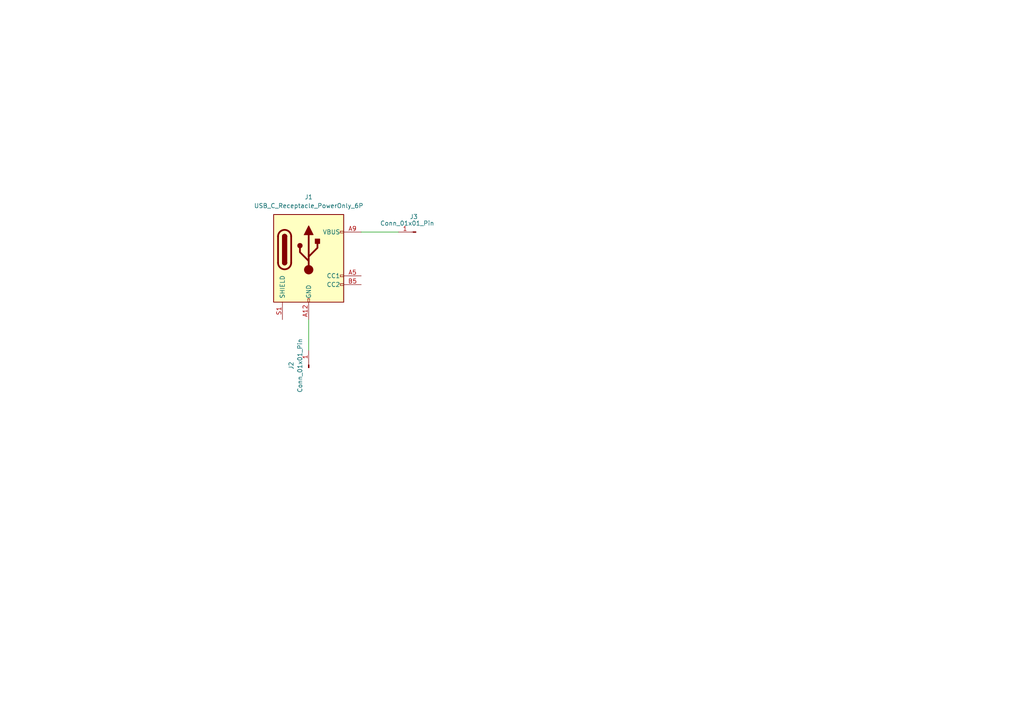
<source format=kicad_sch>
(kicad_sch (version 20250114) (generator "eeschema") (generator_version "9.0")
  (paper "A4")
  (lib_symbols
    (symbol "Connector:Conn_01x01_Pin" (pin_names (offset 1.016) (hide yes))
      (property "Reference" "J" (at 0 2.54 0))
      (property "Value" "Conn_01x01_Pin" (at 0 -2.54 0))
      (symbol "Conn_01x01_Pin_1_1"
        (rectangle (start 0.8636 0.127) (end 0 -0.127) (stroke (width 0.1524)) (fill (type outline)))
        (polyline (pts (xy 1.27 0) (xy 0.8636 0)) (stroke (width 0.1524)))
        (pin passive line (at 5.08 0 180) (length 3.81) (name "Pin_1") (number "1"))
      )
    )
    (symbol "Connector:USB_C_Receptacle_PowerOnly_6P" (pin_names (offset 1.016))
      (property "Reference" "J" (at 0 16.51 0))
      (property "Value" "USB_C_Receptacle_PowerOnly_6P" (at 0 13.97 0))
      (symbol "USB_C_Receptacle_PowerOnly_6P_0_0"
        (rectangle (start -0.254 -12.7) (end 0.254 -11.684))
        (rectangle (start 10.16 7.874) (end 9.144 7.366))
        (rectangle (start 10.16 -4.826) (end 9.144 -5.334))
        (rectangle (start 10.16 -7.366) (end 9.144 -7.874))
      )
      (symbol "USB_C_Receptacle_PowerOnly_6P_0_1"
        (rectangle (start -10.16 12.7) (end 10.16 -12.7) (stroke (width 0.254)) (fill (type background)))
        (polyline (pts (xy -8.89 -1.27) (xy -8.89 6.35)) (stroke (width 0.508)))
        (rectangle (start -7.62 -1.27) (end -6.35 6.35) (stroke (width 0.254)) (fill (type outline)))
        (arc (start -7.62 6.35) (mid -6.985 6.9823) (end -6.35 6.35) (stroke (width 0.254)))
        (arc (start -7.62 6.35) (mid -6.985 6.9823) (end -6.35 6.35) (stroke (width 0.254)) (fill (type outline)))
        (arc (start -8.89 6.35) (mid -6.985 8.2467) (end -5.08 6.35) (stroke (width 0.508)))
        (arc (start -5.08 -1.27) (mid -6.985 -3.1667) (end -8.89 -1.27) (stroke (width 0.508)))
        (arc (start -6.35 -1.27) (mid -6.985 -1.9023) (end -7.62 -1.27) (stroke (width 0.254)))
        (arc (start -6.35 -1.27) (mid -6.985 -1.9023) (end -7.62 -1.27) (stroke (width 0.254)) (fill (type outline)))
        (polyline (pts (xy -5.08 6.35) (xy -5.08 -1.27)) (stroke (width 0.508)))
        (circle (center -2.54 3.683) (radius 0.635) (stroke (width 0.254)) (fill (type outline)))
        (polyline (pts (xy -1.27 6.858) (xy 0 9.398) (xy 1.27 6.858) (xy -1.27 6.858)) (stroke (width 0.254)) (fill (type outline)))
        (polyline (pts (xy 0 0.508) (xy 2.54 3.048) (xy 2.54 4.318)) (stroke (width 0.508)))
        (polyline (pts (xy 0 -0.762) (xy -2.54 1.778) (xy -2.54 3.048)) (stroke (width 0.508)))
        (polyline (pts (xy 0 -3.302) (xy 0 6.858)) (stroke (width 0.508)))
        (circle (center 0 -3.302) (radius 1.27) (fill (type outline)))
        (rectangle (start 1.905 4.318) (end 3.175 5.588) (stroke (width 0.254)) (fill (type outline)))
      )
      (symbol "USB_C_Receptacle_PowerOnly_6P_1_1"
        (pin passive line (at -7.62 -17.78 90) (length 5.08) (name "SHIELD") (number "S1"))
        (pin passive line (at 0 -17.78 90) (length 5.08) (name "GND") (number "A12"))
        (pin passive line (at 0 -17.78 90) (length 5.08) (hide yes) (name "GND") (number "B12"))
        (pin passive line (at 15.24 7.62 180) (length 5.08) (name "VBUS") (number "A9"))
        (pin passive line (at 15.24 7.62 180) (length 5.08) (hide yes) (name "VBUS") (number "B9"))
        (pin bidirectional line (at 15.24 -5.08 180) (length 5.08) (name "CC1") (number "A5"))
        (pin bidirectional line (at 15.24 -7.62 180) (length 5.08) (name "CC2") (number "B5"))
      )
    )
  )
  (wire (pts (xy 104.775 67.31) (xy 115.57 67.31)))
  (wire (pts (xy 89.535 92.71) (xy 89.535 101.6)))
  (symbol (lib_id "Connector:Conn_01x01_Pin") (at 120.65 67.31 180) (unit 1)
    (property "Reference" "J3" (at 120.015 62.865 0))
    (property "Value" "Conn_01x01_Pin" (at 118.11 64.77 0))
    (property "Footprint" "Connector_PinHeader_2.54mm:PinHeader_1x01_P2.54mm_Vertical" (effects (hide yes)))
    (property "Description" "Generic connector, single row, 01x01, script generated" (effects (hide yes)))
  )
  (symbol (lib_id "Connector:USB_C_Receptacle_PowerOnly_6P") (at 89.535 74.93 0) (unit 1)
    (property "Reference" "J1" (at 89.535 57.15 0))
    (property "Value" "USB_C_Receptacle_PowerOnly_6P" (at 89.535 59.69 0))
    (property "Footprint" "Connector_USB:USB_C_Receptacle_GCT_USB4135-GF-A_6P_TopMnt_Horizontal" (effects (hide yes)))
    (property "Datasheet" "https://www.usb.org/sites/default/files/documents/usb_type-c.zip" (effects (hide yes)))
    (property "Description" "USB Power-Only 6P Type-C Receptacle connector" (effects (hide yes)))
  )
  (symbol (lib_id "Connector:Conn_01x01_Pin") (at 89.535 106.68 90) (unit 1)
    (property "Reference" "J2" (at 84.455 106.045 0))
    (property "Value" "Conn_01x01_Pin" (at 86.995 106.045 0))
    (property "Footprint" "Connector_PinHeader_2.54mm:PinHeader_1x01_P2.54mm_Vertical" (effects (hide yes)))
    (property "Description" "Generic connector, single row, 01x01, script generated" (effects (hide yes)))
  )
)
</source>
